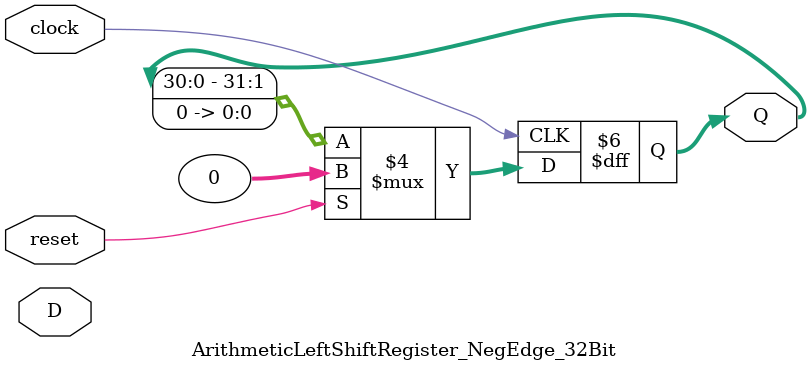
<source format=v>
module ArithmeticLeftShiftRegister_NegEdge_32Bit (clock, reset, D, Q);
    input clock;
    input reset;
    input [31:0] D;
    output reg [31:0] Q;

    always @(negedge clock)
    begin
        if (reset)
            Q = 32'b00000000000000000000000000000000;
        else
            Q = Q << 1 ;        
    end
endmodule

</source>
